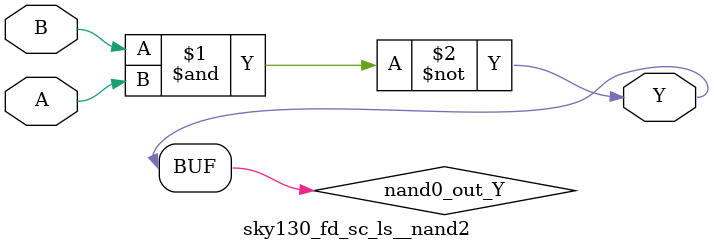
<source format=v>
/*
 * Copyright 2020 The SkyWater PDK Authors
 *
 * Licensed under the Apache License, Version 2.0 (the "License");
 * you may not use this file except in compliance with the License.
 * You may obtain a copy of the License at
 *
 *     https://www.apache.org/licenses/LICENSE-2.0
 *
 * Unless required by applicable law or agreed to in writing, software
 * distributed under the License is distributed on an "AS IS" BASIS,
 * WITHOUT WARRANTIES OR CONDITIONS OF ANY KIND, either express or implied.
 * See the License for the specific language governing permissions and
 * limitations under the License.
 *
 * SPDX-License-Identifier: Apache-2.0
*/


`ifndef SKY130_FD_SC_LS__NAND2_FUNCTIONAL_V
`define SKY130_FD_SC_LS__NAND2_FUNCTIONAL_V

/**
 * nand2: 2-input NAND.
 *
 * Verilog simulation functional model.
 */

`timescale 1ns / 1ps
`default_nettype none

`celldefine
module sky130_fd_sc_ls__nand2 (
    Y,
    A,
    B
);

    // Module ports
    output Y;
    input  A;
    input  B;

    // Local signals
    wire nand0_out_Y;

    //   Name   Output       Other arguments
    nand nand0 (nand0_out_Y, B, A           );
    buf  buf0  (Y          , nand0_out_Y    );

endmodule
`endcelldefine

`default_nettype wire
`endif  // SKY130_FD_SC_LS__NAND2_FUNCTIONAL_V

</source>
